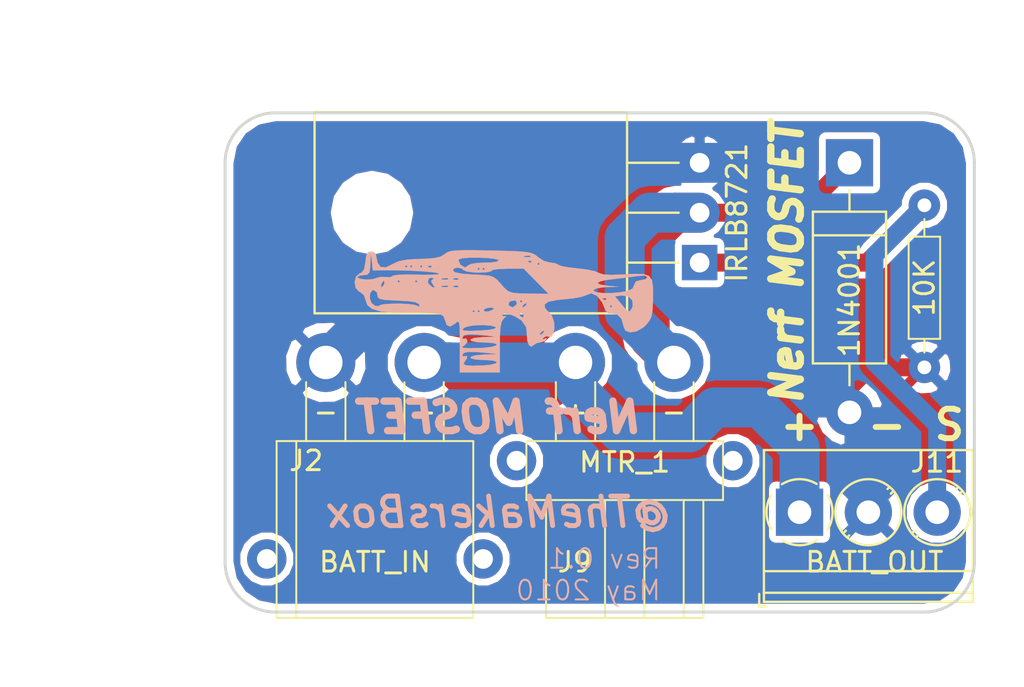
<source format=kicad_pcb>
(kicad_pcb (version 4) (host pcbnew 4.0.7)

  (general
    (links 10)
    (no_connects 0)
    (area 34.722999 65.329999 72.973001 90.880001)
    (thickness 1.6)
    (drawings 17)
    (tracks 48)
    (zones 0)
    (modules 7)
    (nets 5)
  )

  (page A4)
  (title_block
    (date "lun. 30 mars 2015")
  )

  (layers
    (0 F.Cu signal)
    (31 B.Cu signal)
    (32 B.Adhes user)
    (33 F.Adhes user)
    (34 B.Paste user)
    (35 F.Paste user)
    (36 B.SilkS user)
    (37 F.SilkS user)
    (38 B.Mask user)
    (39 F.Mask user)
    (40 Dwgs.User user)
    (41 Cmts.User user)
    (42 Eco1.User user)
    (43 Eco2.User user)
    (44 Edge.Cuts user)
    (45 Margin user)
    (46 B.CrtYd user)
    (47 F.CrtYd user)
    (48 B.Fab user)
    (49 F.Fab user)
  )

  (setup
    (last_trace_width 0.25)
    (user_trace_width 0.254)
    (user_trace_width 0.3048)
    (user_trace_width 0.4064)
    (user_trace_width 0.6096)
    (user_trace_width 0.9144)
    (user_trace_width 1.524)
    (user_trace_width 2.032)
    (trace_clearance 0.2)
    (zone_clearance 0.35)
    (zone_45_only no)
    (trace_min 0.2)
    (segment_width 0.15)
    (edge_width 0.15)
    (via_size 0.6)
    (via_drill 0.4)
    (via_min_size 0.4)
    (via_min_drill 0.3)
    (uvia_size 0.3)
    (uvia_drill 0.1)
    (uvias_allowed no)
    (uvia_min_size 0.2)
    (uvia_min_drill 0.1)
    (pcb_text_width 0.3)
    (pcb_text_size 1.5 1.5)
    (mod_edge_width 0.15)
    (mod_text_size 1 1)
    (mod_text_width 0.15)
    (pad_size 2.5 2.5)
    (pad_drill 2.5)
    (pad_to_mask_clearance 0)
    (aux_axis_origin 110.998 126.365)
    (grid_origin 110.998 126.365)
    (visible_elements 7FFFFFFF)
    (pcbplotparams
      (layerselection 0x010f0_80000001)
      (usegerberextensions true)
      (excludeedgelayer true)
      (linewidth 0.100000)
      (plotframeref false)
      (viasonmask false)
      (mode 1)
      (useauxorigin false)
      (hpglpennumber 1)
      (hpglpenspeed 20)
      (hpglpendiameter 15)
      (hpglpenoverlay 2)
      (psnegative false)
      (psa4output false)
      (plotreference true)
      (plotvalue true)
      (plotinvisibletext false)
      (padsonsilk false)
      (subtractmaskfromsilk false)
      (outputformat 1)
      (mirror false)
      (drillshape 0)
      (scaleselection 1)
      (outputdirectory gerbers/))
  )

  (net 0 "")
  (net 1 GND)
  (net 2 "/9(**)")
  (net 3 "Net-(D1-Pad1)")
  (net 4 "Net-(J10-Pad1)")

  (net_class Default "This is the default net class."
    (clearance 0.2)
    (trace_width 0.25)
    (via_dia 0.6)
    (via_drill 0.4)
    (uvia_dia 0.3)
    (uvia_drill 0.1)
    (add_net "/9(**)")
    (add_net GND)
    (add_net "Net-(D1-Pad1)")
    (add_net "Net-(J10-Pad1)")
  )

  (module footprints:TO-220-3_Horizontal (layer F.Cu) (tedit 5CE80D90) (tstamp 5CE76742)
    (at 58.928 73.025 90)
    (descr "TO-220-3, Horizontal, RM 2.54mm")
    (tags "TO-220-3 Horizontal RM 2.54mm")
    (path /5CDFA006)
    (fp_text reference Q1 (at 2.54 -20.58 90) (layer F.SilkS) hide
      (effects (font (size 1 1) (thickness 0.15)))
    )
    (fp_text value IRLB8721 (at 2.54 1.9 90) (layer F.SilkS)
      (effects (font (size 1 1) (thickness 0.15)))
    )
    (fp_text user %R (at 2.54 -20.58 90) (layer F.Fab)
      (effects (font (size 1 1) (thickness 0.15)))
    )
    (fp_line (start -2.46 -13.06) (end -2.46 -19.46) (layer F.Fab) (width 0.1))
    (fp_line (start -2.46 -19.46) (end 7.54 -19.46) (layer F.Fab) (width 0.1))
    (fp_line (start 7.54 -19.46) (end 7.54 -13.06) (layer F.Fab) (width 0.1))
    (fp_line (start 7.54 -13.06) (end -2.46 -13.06) (layer F.Fab) (width 0.1))
    (fp_line (start -2.46 -3.81) (end -2.46 -13.06) (layer F.Fab) (width 0.1))
    (fp_line (start -2.46 -13.06) (end 7.54 -13.06) (layer F.Fab) (width 0.1))
    (fp_line (start 7.54 -13.06) (end 7.54 -3.81) (layer F.Fab) (width 0.1))
    (fp_line (start 7.54 -3.81) (end -2.46 -3.81) (layer F.Fab) (width 0.1))
    (fp_line (start 0 -3.81) (end 0 0) (layer F.Fab) (width 0.1))
    (fp_line (start 2.54 -3.81) (end 2.54 0) (layer F.Fab) (width 0.1))
    (fp_line (start 5.08 -3.81) (end 5.08 0) (layer F.Fab) (width 0.1))
    (fp_line (start -2.58 -3.69) (end 7.66 -3.69) (layer F.SilkS) (width 0.12))
    (fp_line (start -2.58 -19.58) (end 7.66 -19.58) (layer F.SilkS) (width 0.12))
    (fp_line (start -2.58 -19.58) (end -2.58 -3.69) (layer F.SilkS) (width 0.12))
    (fp_line (start 7.66 -19.58) (end 7.66 -3.69) (layer F.SilkS) (width 0.12))
    (fp_line (start 0 -3.69) (end 0 -1.05) (layer F.SilkS) (width 0.12))
    (fp_line (start 2.54 -3.69) (end 2.54 -1.066) (layer F.SilkS) (width 0.12))
    (fp_line (start 5.08 -3.69) (end 5.08 -1.066) (layer F.SilkS) (width 0.12))
    (fp_line (start -2.71 -19.71) (end -2.71 1.15) (layer F.CrtYd) (width 0.05))
    (fp_line (start -2.71 1.15) (end 7.79 1.15) (layer F.CrtYd) (width 0.05))
    (fp_line (start 7.79 1.15) (end 7.79 -19.71) (layer F.CrtYd) (width 0.05))
    (fp_line (start 7.79 -19.71) (end -2.71 -19.71) (layer F.CrtYd) (width 0.05))
    (fp_circle (center 2.54 -16.66) (end 4.39 -16.66) (layer F.Fab) (width 0.1))
    (pad 0 np_thru_hole oval (at 2.54 -16.66 90) (size 3.5 3.5) (drill 3.5) (layers *.Cu *.Mask))
    (pad 1 thru_hole rect (at 0 0 90) (size 1.8 1.8) (drill 1) (layers *.Cu *.Mask)
      (net 2 "/9(**)"))
    (pad 2 thru_hole oval (at 2.54 0 90) (size 1.8 1.8) (drill 1) (layers *.Cu *.Mask)
      (net 3 "Net-(D1-Pad1)"))
    (pad 3 thru_hole oval (at 5.08 0 90) (size 1.8 1.8) (drill 1) (layers *.Cu *.Mask)
      (net 1 GND))
    (model ${KISYS3DMOD}/TO_SOT_Packages_THT.3dshapes/TO-220-3_Horizontal.wrl
      (at (xyz 0.1 0 0))
      (scale (xyz 0.393701 0.393701 0.393701))
      (rotate (xyz 0 0 0))
    )
  )

  (module footprints:XT30PW_F (layer F.Cu) (tedit 5CE96A1E) (tstamp 5CE8CE68)
    (at 55.118 78.105 180)
    (descr "Terminal Block Phoenix PT-1,5-2-5.0-H, 2 pins, pitch 5mm, size 10x9mm^2, drill diamater 1.3mm, pad diameter 2.6mm, see http://www.mouser.com/ds/2/324/ItemDetail_1935161-922578.pdf, script-generated using https://github.com/pointhi/kicad-footprint-generator/scripts/TerminalBlock_Phoenix")
    (tags "THT Terminal Block Phoenix PT-1,5-2-5.0-H pitch 5mm size 10x9mm^2 drill 1.3mm pad 2.6mm")
    (path /5CE592FA)
    (fp_text reference J9 (at 2.54 -10.16 180) (layer F.SilkS)
      (effects (font (size 1 1) (thickness 0.15)))
    )
    (fp_text value MTR_1 (at 0 -5.08 180) (layer F.SilkS)
      (effects (font (size 1 1) (thickness 0.15)))
    )
    (fp_line (start 1 -7) (end 1 -13) (layer F.SilkS) (width 0.1))
    (fp_line (start -1 -7) (end -1 -13) (layer F.SilkS) (width 0.1))
    (fp_line (start -3 -7) (end -3 -13) (layer F.SilkS) (width 0.1))
    (fp_line (start 4 -7) (end 4 -13) (layer F.SilkS) (width 0.1))
    (fp_line (start 4 -13) (end -4 -13) (layer F.SilkS) (width 0.1))
    (fp_line (start -4 -13) (end -4 -7) (layer F.SilkS) (width 0.1))
    (fp_line (start 5 -4) (end 5 -7) (layer F.SilkS) (width 0.1))
    (fp_line (start -5 -4) (end -5 -7) (layer F.SilkS) (width 0.1))
    (fp_line (start 5 -7) (end -5 -7) (layer F.SilkS) (width 0.1))
    (fp_text user - (at -2.5 -2.5 180) (layer F.SilkS)
      (effects (font (size 1 1) (thickness 0.15)))
    )
    (fp_text user + (at 2.5 -2.5 180) (layer F.SilkS)
      (effects (font (size 1 1) (thickness 0.15)))
    )
    (fp_line (start 3.5 -1) (end 3.5 -4) (layer F.SilkS) (width 0.1))
    (fp_line (start 1.5 -4) (end 1.5 -1) (layer F.SilkS) (width 0.1))
    (fp_line (start -1.5 -1) (end -1.5 -4) (layer F.SilkS) (width 0.1))
    (fp_line (start -3.5 -4) (end -3.5 -1) (layer F.SilkS) (width 0.1))
    (fp_line (start -5 -4) (end 5 -4) (layer F.SilkS) (width 0.1))
    (fp_line (start -5 -4) (end 5 -4) (layer F.Fab) (width 0.1))
    (fp_line (start -5.5 -4.5) (end -5.5 5.5) (layer F.CrtYd) (width 0.05))
    (fp_line (start -5.5 5.5) (end 5.5 5.5) (layer F.CrtYd) (width 0.05))
    (fp_line (start 5.5 5.5) (end 5.5 -4.5) (layer F.CrtYd) (width 0.05))
    (fp_line (start 5.5 -4.5) (end -5.5 -4.5) (layer F.CrtYd) (width 0.05))
    (fp_text user %R (at 3.5 -5 180) (layer F.Fab)
      (effects (font (size 1 1) (thickness 0.15)))
    )
    (pad 3 thru_hole circle (at -5.5 -5 180) (size 2 2) (drill 1) (layers *.Cu *.Mask))
    (pad 2 thru_hole circle (at -2.5 0 180) (size 3 3) (drill 1.7) (layers *.Cu *.Mask)
      (net 3 "Net-(D1-Pad1)"))
    (pad 1 thru_hole circle (at 2.5 0 180) (size 3 3) (drill 1.7) (layers *.Cu *.Mask)
      (net 4 "Net-(J10-Pad1)"))
    (pad 3 thru_hole circle (at 5.5 -5 180) (size 2 2) (drill 1) (layers *.Cu *.Mask))
    (model ${KISYS3DMOD}/TerminalBlock_Phoenix.3dshapes/TerminalBlock_Phoenix_PT-1,5-2-5.0-H_1x02_P5.00mm_Horizontal.wrl
      (at (xyz 0 0 0))
      (scale (xyz 1 1 1))
      (rotate (xyz 0 0 0))
    )
  )

  (module footprints:D_DO-15_P12.70mm_Horizontal (layer F.Cu) (tedit 5CE80D85) (tstamp 5CE766AD)
    (at 66.548 67.945 270)
    (descr "D, DO-15 series, Axial, Horizontal, pin pitch=12.7mm, , length*diameter=7.6*3.6mm^2, , http://www.diodes.com/_files/packages/DO-15.pdf")
    (tags "D DO-15 series Axial Horizontal pin pitch 12.7mm  length 7.6mm diameter 3.6mm")
    (path /5CDFABAB)
    (fp_text reference D1 (at 6.35 0 270) (layer F.SilkS) hide
      (effects (font (size 1 1) (thickness 0.15)))
    )
    (fp_text value 1N4001 (at 6.985 0 270) (layer F.SilkS)
      (effects (font (size 1 1) (thickness 0.15)))
    )
    (fp_text user %R (at 6.35 0 270) (layer F.Fab)
      (effects (font (size 1 1) (thickness 0.15)))
    )
    (fp_line (start 2.55 -1.8) (end 2.55 1.8) (layer F.Fab) (width 0.1))
    (fp_line (start 2.55 1.8) (end 10.15 1.8) (layer F.Fab) (width 0.1))
    (fp_line (start 10.15 1.8) (end 10.15 -1.8) (layer F.Fab) (width 0.1))
    (fp_line (start 10.15 -1.8) (end 2.55 -1.8) (layer F.Fab) (width 0.1))
    (fp_line (start 0 0) (end 2.55 0) (layer F.Fab) (width 0.1))
    (fp_line (start 12.7 0) (end 10.15 0) (layer F.Fab) (width 0.1))
    (fp_line (start 3.69 -1.8) (end 3.69 1.8) (layer F.Fab) (width 0.1))
    (fp_line (start 2.49 -1.86) (end 2.49 1.86) (layer F.SilkS) (width 0.12))
    (fp_line (start 2.49 1.86) (end 10.21 1.86) (layer F.SilkS) (width 0.12))
    (fp_line (start 10.21 1.86) (end 10.21 -1.86) (layer F.SilkS) (width 0.12))
    (fp_line (start 10.21 -1.86) (end 2.49 -1.86) (layer F.SilkS) (width 0.12))
    (fp_line (start 1.38 0) (end 2.49 0) (layer F.SilkS) (width 0.12))
    (fp_line (start 11.32 0) (end 10.21 0) (layer F.SilkS) (width 0.12))
    (fp_line (start 3.69 -1.86) (end 3.69 1.86) (layer F.SilkS) (width 0.12))
    (fp_line (start -1.45 -2.15) (end -1.45 2.15) (layer F.CrtYd) (width 0.05))
    (fp_line (start -1.45 2.15) (end 14.15 2.15) (layer F.CrtYd) (width 0.05))
    (fp_line (start 14.15 2.15) (end 14.15 -2.15) (layer F.CrtYd) (width 0.05))
    (fp_line (start 14.15 -2.15) (end -1.45 -2.15) (layer F.CrtYd) (width 0.05))
    (pad 1 thru_hole rect (at 0 0 270) (size 2.4 2.4) (drill 1.2) (layers *.Cu *.Mask)
      (net 3 "Net-(D1-Pad1)"))
    (pad 2 thru_hole oval (at 12.7 0 270) (size 2.4 2.4) (drill 1.2) (layers *.Cu *.Mask)
      (net 1 GND))
    (model ${KISYS3DMOD}/Diodes_THT.3dshapes/D_DO-15_P12.70mm_Horizontal.wrl
      (at (xyz 0 0 0))
      (scale (xyz 0.393701 0.393701 0.393701))
      (rotate (xyz 0 0 0))
    )
  )

  (module footprints:TerminalBlock_Phoenix_PT-1,5-3-3.5-H_1x03_P3.50mm_Horizontal (layer F.Cu) (tedit 5CE9667E) (tstamp 5CE7CF13)
    (at 64.008 85.725)
    (descr "Terminal Block Phoenix PT-1,5-3-3.5-H, 3 pins, pitch 3.5mm, size 10.5x7.6mm^2, drill diamater 1.2mm, pad diameter 2.4mm, see , script-generated using https://github.com/pointhi/kicad-footprint-generator/scripts/TerminalBlock_Phoenix")
    (tags "THT Terminal Block Phoenix PT-1,5-3-3.5-H pitch 3.5mm size 10.5x7.6mm^2 drill 1.2mm pad 2.4mm")
    (path /5CE59507)
    (fp_text reference J11 (at 6.985 -2.54) (layer F.SilkS)
      (effects (font (size 1 1) (thickness 0.15)))
    )
    (fp_text value BATT_OUT (at 3.81 2.54) (layer F.SilkS)
      (effects (font (size 1 1) (thickness 0.15)))
    )
    (fp_arc (start 0 0) (end 0 1.68) (angle -32) (layer F.SilkS) (width 0.12))
    (fp_arc (start 0 0) (end 1.425 0.891) (angle -64) (layer F.SilkS) (width 0.12))
    (fp_arc (start 0 0) (end 0.866 -1.44) (angle -63) (layer F.SilkS) (width 0.12))
    (fp_arc (start 0 0) (end -1.44 -0.866) (angle -63) (layer F.SilkS) (width 0.12))
    (fp_arc (start 0 0) (end -0.866 1.44) (angle -32) (layer F.SilkS) (width 0.12))
    (fp_circle (center 0 0) (end 1.5 0) (layer F.Fab) (width 0.1))
    (fp_circle (center 3.5 0) (end 5 0) (layer F.Fab) (width 0.1))
    (fp_circle (center 3.5 0) (end 5.18 0) (layer F.SilkS) (width 0.12))
    (fp_circle (center 7 0) (end 8.5 0) (layer F.Fab) (width 0.1))
    (fp_circle (center 7 0) (end 8.68 0) (layer F.SilkS) (width 0.12))
    (fp_line (start -1.75 -3.1) (end 8.75 -3.1) (layer F.Fab) (width 0.1))
    (fp_line (start 8.75 -3.1) (end 8.75 4.5) (layer F.Fab) (width 0.1))
    (fp_line (start 8.75 4.5) (end -1.35 4.5) (layer F.Fab) (width 0.1))
    (fp_line (start -1.35 4.5) (end -1.75 4.1) (layer F.Fab) (width 0.1))
    (fp_line (start -1.75 4.1) (end -1.75 -3.1) (layer F.Fab) (width 0.1))
    (fp_line (start -1.75 4.1) (end 8.75 4.1) (layer F.Fab) (width 0.1))
    (fp_line (start -1.81 4.1) (end 8.81 4.1) (layer F.SilkS) (width 0.12))
    (fp_line (start -1.75 3) (end 8.75 3) (layer F.Fab) (width 0.1))
    (fp_line (start -1.81 3) (end 8.81 3) (layer F.SilkS) (width 0.12))
    (fp_line (start -1.81 -3.16) (end 8.81 -3.16) (layer F.SilkS) (width 0.12))
    (fp_line (start -1.81 4.56) (end 8.81 4.56) (layer F.SilkS) (width 0.12))
    (fp_line (start -1.81 -3.16) (end -1.81 4.56) (layer F.SilkS) (width 0.12))
    (fp_line (start 8.81 -3.16) (end 8.81 4.56) (layer F.SilkS) (width 0.12))
    (fp_line (start 1.138 -0.955) (end -0.955 1.138) (layer F.Fab) (width 0.1))
    (fp_line (start 0.955 -1.138) (end -1.138 0.955) (layer F.Fab) (width 0.1))
    (fp_line (start 4.638 -0.955) (end 2.546 1.138) (layer F.Fab) (width 0.1))
    (fp_line (start 4.455 -1.138) (end 2.363 0.955) (layer F.Fab) (width 0.1))
    (fp_line (start 4.775 -1.069) (end 4.646 -0.941) (layer F.SilkS) (width 0.12))
    (fp_line (start 2.525 1.181) (end 2.431 1.274) (layer F.SilkS) (width 0.12))
    (fp_line (start 4.57 -1.275) (end 4.476 -1.181) (layer F.SilkS) (width 0.12))
    (fp_line (start 2.355 0.941) (end 2.226 1.069) (layer F.SilkS) (width 0.12))
    (fp_line (start 8.138 -0.955) (end 6.046 1.138) (layer F.Fab) (width 0.1))
    (fp_line (start 7.955 -1.138) (end 5.863 0.955) (layer F.Fab) (width 0.1))
    (fp_line (start 8.275 -1.069) (end 8.146 -0.941) (layer F.SilkS) (width 0.12))
    (fp_line (start 6.025 1.181) (end 5.931 1.274) (layer F.SilkS) (width 0.12))
    (fp_line (start 8.07 -1.275) (end 7.976 -1.181) (layer F.SilkS) (width 0.12))
    (fp_line (start 5.855 0.941) (end 5.726 1.069) (layer F.SilkS) (width 0.12))
    (fp_line (start -2.05 4.16) (end -2.05 4.8) (layer F.SilkS) (width 0.12))
    (fp_line (start -2.05 4.8) (end -1.65 4.8) (layer F.SilkS) (width 0.12))
    (fp_line (start -2.25 -3.6) (end -2.25 5) (layer F.CrtYd) (width 0.05))
    (fp_line (start -2.25 5) (end 9.25 5) (layer F.CrtYd) (width 0.05))
    (fp_line (start 9.25 5) (end 9.25 -3.6) (layer F.CrtYd) (width 0.05))
    (fp_line (start 9.25 -3.6) (end -2.25 -3.6) (layer F.CrtYd) (width 0.05))
    (fp_text user %R (at 6.35 -2.54) (layer F.Fab)
      (effects (font (size 1 1) (thickness 0.15)))
    )
    (pad 1 thru_hole rect (at 0 0) (size 2.4 2.4) (drill 1.2) (layers *.Cu *.Mask)
      (net 4 "Net-(J10-Pad1)"))
    (pad 2 thru_hole circle (at 3.5 0) (size 2.4 2.4) (drill 1.2) (layers *.Cu *.Mask)
      (net 1 GND))
    (pad 3 thru_hole circle (at 7 0) (size 2.4 2.4) (drill 1.2) (layers *.Cu *.Mask)
      (net 2 "/9(**)"))
    (model ${KISYS3DMOD}/TerminalBlock_Phoenix.3dshapes/TerminalBlock_Phoenix_PT-1,5-3-3.5-H_1x03_P3.50mm_Horizontal.wrl
      (at (xyz 0 0 0))
      (scale (xyz 1 1 1))
      (rotate (xyz 0 0 0))
    )
  )

  (module footprints:R_Axial_DIN0204_L3.6mm_D1.6mm_P7.62mm_Horizontal (layer F.Cu) (tedit 5C984DCD) (tstamp 5CE82736)
    (at 70.358 78.105 90)
    (descr "Resistor, Axial_DIN0204 series, Axial, Horizontal, pin pitch=7.62mm, 0.16666666666666666W = 1/6W, length*diameter=3.6*1.6mm^2, http://cdn-reichelt.de/documents/datenblatt/B400/1_4W%23YAG.pdf")
    (tags "Resistor Axial_DIN0204 series Axial Horizontal pin pitch 7.62mm 0.16666666666666666W = 1/6W length 3.6mm diameter 1.6mm")
    (path /5BB777E0)
    (fp_text reference R9 (at 7.239 0 90) (layer F.Fab)
      (effects (font (size 1 1) (thickness 0.15)))
    )
    (fp_text value 10K (at 3.81 0 90) (layer F.SilkS)
      (effects (font (size 1 1) (thickness 0.15)))
    )
    (fp_line (start 6.4 0) (end 7.3 0) (layer F.SilkS) (width 0.1))
    (fp_line (start 1.2 0) (end 0.5 0) (layer F.SilkS) (width 0.1))
    (fp_line (start 1.2 0.8) (end 1.2 -0.8) (layer F.SilkS) (width 0.1))
    (fp_line (start 1.2 -0.8) (end 6.4 -0.8) (layer F.SilkS) (width 0.1))
    (fp_line (start 6.4 -0.8) (end 6.4 0.8) (layer F.SilkS) (width 0.1))
    (fp_line (start 6.4 0.8) (end 1.2 0.8) (layer F.SilkS) (width 0.1))
    (fp_line (start 2.01 -0.8) (end 2.01 0.8) (layer F.Fab) (width 0.1))
    (fp_line (start 2.01 0.8) (end 5.61 0.8) (layer F.Fab) (width 0.1))
    (fp_line (start 5.61 0.8) (end 5.61 -0.8) (layer F.Fab) (width 0.1))
    (fp_line (start 5.61 -0.8) (end 2.01 -0.8) (layer F.Fab) (width 0.1))
    (fp_line (start 0 0) (end 2.01 0) (layer F.Fab) (width 0.1))
    (fp_line (start 7.62 0) (end 5.61 0) (layer F.Fab) (width 0.1))
    (fp_line (start -0.95 -1.15) (end -0.95 1.15) (layer F.CrtYd) (width 0.05))
    (fp_line (start -0.95 1.15) (end 8.6 1.15) (layer F.CrtYd) (width 0.05))
    (fp_line (start 8.6 1.15) (end 8.6 -1.15) (layer F.CrtYd) (width 0.05))
    (fp_line (start 8.6 -1.15) (end -0.95 -1.15) (layer F.CrtYd) (width 0.05))
    (pad 1 thru_hole circle (at -0.25 0 90) (size 1.6 1.6) (drill 0.7) (layers *.Cu *.Mask)
      (net 1 GND))
    (pad 2 thru_hole circle (at 8 0 90) (size 1.6 1.6) (drill 0.7) (layers *.Cu *.Mask)
      (net 2 "/9(**)"))
    (model ${KISYS3DMOD}/Resistors_THT.3dshapes/R_Axial_DIN0204_L3.6mm_D1.6mm_P7.62mm_Horizontal.wrl
      (at (xyz 0 0 0))
      (scale (xyz 0.393701 0.393701 0.393701))
      (rotate (xyz 0 0 0))
    )
  )

  (module footprints:XT30PW_M (layer F.Cu) (tedit 5CE96653) (tstamp 5CE798F2)
    (at 42.418 78.105 180)
    (descr "Terminal Block Phoenix PT-1,5-2-5.0-H, 2 pins, pitch 5mm, size 10x9mm^2, drill diamater 1.3mm, pad diameter 2.6mm, see http://www.mouser.com/ds/2/324/ItemDetail_1935161-922578.pdf, script-generated using https://github.com/pointhi/kicad-footprint-generator/scripts/TerminalBlock_Phoenix")
    (tags "THT Terminal Block Phoenix PT-1,5-2-5.0-H pitch 5mm size 10x9mm^2 drill 1.3mm pad 2.6mm")
    (path /5CE59139)
    (fp_text reference J2 (at 3.5 -5 180) (layer F.SilkS)
      (effects (font (size 1 1) (thickness 0.15)))
    )
    (fp_text value BATT_IN (at 0 -10.16 180) (layer F.SilkS)
      (effects (font (size 1 1) (thickness 0.15)))
    )
    (fp_line (start 4 -13) (end 4 -4) (layer F.SilkS) (width 0.1))
    (fp_text user - (at 2.5 -2.5 180) (layer F.SilkS)
      (effects (font (size 1 1) (thickness 0.15)))
    )
    (fp_text user + (at -2.5 -2.5 180) (layer F.SilkS)
      (effects (font (size 1 1) (thickness 0.15)))
    )
    (fp_line (start 3.5 -1) (end 3.5 -4) (layer F.SilkS) (width 0.1))
    (fp_line (start 1.5 -4) (end 1.5 -1) (layer F.SilkS) (width 0.1))
    (fp_line (start -1.5 -1) (end -1.5 -4) (layer F.SilkS) (width 0.1))
    (fp_line (start -3.5 -4) (end -3.5 -1) (layer F.SilkS) (width 0.1))
    (fp_line (start -5 -4) (end 5 -4) (layer F.SilkS) (width 0.1))
    (fp_line (start -5 -13) (end 5 -13) (layer F.SilkS) (width 0.1))
    (fp_line (start 5 -13) (end 5 -4) (layer F.SilkS) (width 0.1))
    (fp_line (start -5 -4) (end -5 -13) (layer F.SilkS) (width 0.1))
    (fp_line (start -5 -4) (end 5 -4) (layer F.Fab) (width 0.1))
    (fp_line (start -5.5 -4.5) (end -5.5 5.5) (layer F.CrtYd) (width 0.05))
    (fp_line (start -5.5 5.5) (end 5.5 5.5) (layer F.CrtYd) (width 0.05))
    (fp_line (start 5.5 5.5) (end 5.5 -4.5) (layer F.CrtYd) (width 0.05))
    (fp_line (start 5.5 -4.5) (end -5.5 -4.5) (layer F.CrtYd) (width 0.05))
    (fp_text user %R (at 3.5 -5 180) (layer F.Fab)
      (effects (font (size 1 1) (thickness 0.15)))
    )
    (pad 3 thru_hole circle (at -5.5 -10 180) (size 2 2) (drill 1) (layers *.Cu *.Mask))
    (pad 1 thru_hole circle (at -2.5 0 180) (size 3 3) (drill 1.7) (layers *.Cu *.Mask)
      (net 4 "Net-(J10-Pad1)"))
    (pad 2 thru_hole circle (at 2.5 0 180) (size 3 3) (drill 1.7) (layers *.Cu *.Mask)
      (net 1 GND))
    (pad 3 thru_hole circle (at 5.5 -10 180) (size 2 2) (drill 1) (layers *.Cu *.Mask))
    (model ${KISYS3DMOD}/TerminalBlock_Phoenix.3dshapes/TerminalBlock_Phoenix_PT-1,5-2-5.0-H_1x02_P5.00mm_Horizontal.wrl
      (at (xyz 0 0 0))
      (scale (xyz 1 1 1))
      (rotate (xyz 0 0 0))
    )
  )

  (module footprints:RS_right (layer B.Cu) (tedit 0) (tstamp 5CE97394)
    (at 49.022 74.549 180)
    (fp_text reference G*** (at 0 0 180) (layer B.SilkS) hide
      (effects (font (thickness 0.3)) (justify mirror))
    )
    (fp_text value LOGO (at 0.75 0 180) (layer B.SilkS) hide
      (effects (font (thickness 0.3)) (justify mirror))
    )
    (fp_poly (pts (xy 2.472692 2.143099) (xy 2.739484 2.110745) (xy 2.914302 2.056476) (xy 3.037608 1.977116)
      (xy 3.061539 1.956247) (xy 3.26861 1.829262) (xy 3.583713 1.754161) (xy 4.067702 1.719118)
      (xy 4.308827 1.713841) (xy 4.957982 1.679456) (xy 5.403328 1.59143) (xy 5.631483 1.485295)
      (xy 6.041357 1.284427) (xy 6.323222 1.302539) (xy 6.476602 1.539523) (xy 6.500703 1.68275)
      (xy 6.57041 1.981697) (xy 6.728223 2.090793) (xy 6.7945 2.0955) (xy 6.963588 2.047632)
      (xy 7.051349 1.861459) (xy 7.086913 1.56882) (xy 7.148414 1.197635) (xy 7.282072 1.01468)
      (xy 7.372663 0.97746) (xy 7.562658 0.817751) (xy 7.634472 0.540028) (xy 7.588045 0.250997)
      (xy 7.423319 0.057365) (xy 7.373187 0.038678) (xy 7.158459 -0.136962) (xy 7.087437 -0.359239)
      (xy 6.987759 -0.64016) (xy 6.745228 -0.835066) (xy 6.329826 -0.954832) (xy 5.711533 -1.010332)
      (xy 5.2705 -1.0174) (xy 4.480215 -1.019868) (xy 3.907904 -1.032679) (xy 3.517592 -1.061001)
      (xy 3.273306 -1.110003) (xy 3.139071 -1.184854) (xy 3.078914 -1.290723) (xy 3.069123 -1.3337)
      (xy 2.954707 -1.651694) (xy 2.76882 -1.726357) (xy 2.543 -1.590215) (xy 2.429345 -1.495104)
      (xy 2.355384 -1.481341) (xy 2.312592 -1.586111) (xy 2.292439 -1.846599) (xy 2.286398 -2.299988)
      (xy 2.286 -2.710816) (xy 2.286 -4.064) (xy 0.254 -4.064) (xy 0.254 -3.1323)
      (xy 0.3175 -3.1323) (xy 1.04775 -3.15365) (xy 1.510066 -3.194747) (xy 1.737485 -3.267615)
      (xy 1.72714 -3.347381) (xy 1.476162 -3.409176) (xy 1.0795 -3.429) (xy 0.624904 -3.455195)
      (xy 0.414641 -3.518955) (xy 0.446183 -3.598042) (xy 0.717005 -3.67022) (xy 1.11125 -3.708412)
      (xy 1.664103 -3.724077) (xy 1.986958 -3.697708) (xy 2.101019 -3.624862) (xy 2.040536 -3.513736)
      (xy 1.922777 -3.338262) (xy 1.924299 -3.221591) (xy 2.032 -3.2385) (xy 2.149366 -3.236197)
      (xy 2.159 -3.196082) (xy 2.097427 -3.077162) (xy 1.887849 -3.021075) (xy 1.492979 -3.023018)
      (xy 1.0795 -3.057008) (xy 0.3175 -3.1323) (xy 0.254 -3.1323) (xy 0.254 -2.77625)
      (xy 0.252202 -2.61944) (xy 0.416632 -2.61944) (xy 0.432903 -2.69193) (xy 0.667462 -2.762435)
      (xy 1.110174 -2.81308) (xy 1.23825 -2.819947) (xy 1.787455 -2.83281) (xy 2.104313 -2.813986)
      (xy 2.181705 -2.764489) (xy 2.06375 -2.702529) (xy 1.919915 -2.542828) (xy 1.905 -2.458421)
      (xy 1.969358 -2.335331) (xy 2.032 -2.3495) (xy 2.149366 -2.347197) (xy 2.159 -2.307082)
      (xy 2.090052 -2.182844) (xy 1.860135 -2.128701) (xy 1.434635 -2.139914) (xy 1.143 -2.167968)
      (xy 0.4445 -2.244598) (xy 1.11125 -2.265299) (xy 1.553009 -2.307962) (xy 1.750826 -2.383126)
      (xy 1.707781 -2.464157) (xy 1.42695 -2.524421) (xy 1.0795 -2.54) (xy 0.628786 -2.562839)
      (xy 0.416632 -2.61944) (xy 0.252202 -2.61944) (xy 0.247012 -2.16693) (xy 0.221668 -1.772109)
      (xy 0.44814 -1.772109) (xy 0.523186 -1.840922) (xy 0.808046 -1.89715) (xy 1.234395 -1.930859)
      (xy 1.755783 -1.947947) (xy 2.053619 -1.939062) (xy 2.157554 -1.89831) (xy 2.097242 -1.819797)
      (xy 2.028322 -1.773039) (xy 1.792678 -1.700708) (xy 1.428513 -1.662526) (xy 1.025944 -1.658546)
      (xy 0.675091 -1.688821) (xy 0.466071 -1.753405) (xy 0.44814 -1.772109) (xy 0.221668 -1.772109)
      (xy 0.220922 -1.760495) (xy 0.16804 -1.506086) (xy 0.080676 -1.352844) (xy 0.03175 -1.306332)
      (xy -0.080711 -1.19749) (xy -0.03175 -1.204577) (xy 0.108875 -1.202231) (xy 0.127 -1.148075)
      (xy 0.031386 -1.064447) (xy -0.20529 -1.091604) (xy -0.507778 -1.207191) (xy -0.800829 -1.388857)
      (xy -0.864488 -1.442604) (xy -1.090538 -1.764592) (xy -1.121924 -2.121522) (xy -1.138946 -2.442697)
      (xy -1.226694 -2.674229) (xy -1.350593 -2.75811) (xy -1.453661 -2.678065) (xy -1.639783 -2.560681)
      (xy -1.778 -2.54) (xy -2.024679 -2.470074) (xy -2.107628 -2.393377) (xy -2.123741 -2.30762)
      (xy -2.032001 -2.349499) (xy -1.925592 -2.382876) (xy -1.957653 -2.30355) (xy -2.117537 -2.21614)
      (xy -2.181975 -2.236699) (xy -2.357181 -2.249468) (xy -2.472889 -2.082944) (xy -2.498538 -1.941403)
      (xy -2.011529 -1.941403) (xy -1.980628 -2.012377) (xy -1.852752 -2.148717) (xy -1.779237 -2.120749)
      (xy -1.778 -2.102995) (xy -1.868206 -1.995576) (xy -1.924623 -1.956372) (xy -2.011529 -1.941403)
      (xy -2.498538 -1.941403) (xy -2.523049 -1.806147) (xy -2.501611 -1.488096) (xy -2.402524 -1.197813)
      (xy -2.359305 -1.143) (xy -0.9525 -1.143) (xy -0.942431 -1.260028) (xy -0.896496 -1.27)
      (xy -0.767169 -1.177809) (xy -0.762 -1.143) (xy -0.805331 -1.019301) (xy -0.818005 -1.016)
      (xy -0.926434 -1.104993) (xy -0.9525 -1.143) (xy -2.359305 -1.143) (xy -2.286 -1.050032)
      (xy -2.046928 -0.792175) (xy -2.046855 -0.791555) (xy 0.549018 -0.791555) (xy 0.608246 -0.869778)
      (xy 0.825996 -0.9568) (xy 1.01456 -0.964086) (xy 1.024692 -0.9525) (xy 1.27 -0.9525)
      (xy 1.3335 -1.016) (xy 1.397 -0.9525) (xy 1.524 -0.9525) (xy 1.5875 -1.016)
      (xy 1.651 -0.9525) (xy 1.5875 -0.889) (xy 1.524 -0.9525) (xy 1.397 -0.9525)
      (xy 1.3335 -0.889) (xy 1.27 -0.9525) (xy 1.024692 -0.9525) (xy 1.077563 -0.892044)
      (xy 1.066418 -0.867833) (xy 0.901145 -0.783677) (xy 0.722754 -0.763944) (xy 0.549018 -0.791555)
      (xy -2.046855 -0.791555) (xy -2.024242 -0.600711) (xy -2.109134 -0.544403) (xy -1.122529 -0.544403)
      (xy -1.091628 -0.615377) (xy -0.963752 -0.751717) (xy -0.890237 -0.723749) (xy -0.889 -0.705995)
      (xy -0.979206 -0.598576) (xy -1.035623 -0.559372) (xy -1.122529 -0.544403) (xy -2.109134 -0.544403)
      (xy -2.141628 -0.52285) (xy -0.617927 -0.52285) (xy -0.576723 -0.62655) (xy -0.392125 -0.75632)
      (xy -0.364724 -0.741658) (xy 4.348829 -0.741658) (xy 4.403581 -0.693198) (xy 4.574375 -0.628223)
      (xy 4.925992 -0.580911) (xy 5.385387 -0.560711) (xy 5.42925 -0.560546) (xy 5.876068 -0.571633)
      (xy 6.20333 -0.601213) (xy 6.347913 -0.643206) (xy 6.35 -0.649207) (xy 6.451797 -0.69373)
      (xy 6.604 -0.671798) (xy 6.777869 -0.531425) (xy 6.862976 -0.288444) (xy 6.851529 -0.040875)
      (xy 6.735735 0.11326) (xy 6.6675 0.127) (xy 6.512083 0.021614) (xy 6.477 -0.121863)
      (xy 6.452647 -0.246032) (xy 6.346139 -0.324232) (xy 6.1073 -0.370283) (xy 5.685955 -0.398005)
      (xy 5.439472 -0.407613) (xy 4.891064 -0.438888) (xy 4.554065 -0.491086) (xy 4.386168 -0.573039)
      (xy 4.350303 -0.635) (xy 4.348829 -0.741658) (xy -0.364724 -0.741658) (xy -0.204593 -0.655976)
      (xy -0.189946 -0.634103) (xy -0.218251 -0.489642) (xy -0.314928 -0.427913) (xy -0.545134 -0.402833)
      (xy -0.617927 -0.52285) (xy -2.141628 -0.52285) (xy -2.228111 -0.465488) (xy -2.331855 -0.4445)
      (xy -0.889 -0.4445) (xy -0.8255 -0.508) (xy -0.762 -0.4445) (xy -0.8255 -0.381)
      (xy -0.889 -0.4445) (xy -2.331855 -0.4445) (xy -2.668701 -0.376355) (xy -2.992133 -0.345047)
      (xy -3.476753 -0.293428) (xy -3.870113 -0.22417) (xy -4.096211 -0.151109) (xy -4.109991 -0.141531)
      (xy -4.318641 -0.065171) (xy -2.2225 -0.065171) (xy -1.214416 -0.051308) (xy -0.707937 -0.039654)
      (xy -0.382788 -0.005383) (xy -0.166307 0.076101) (xy 0.014169 0.229397) (xy 0.062333 0.284364)
      (xy 2.341082 0.284364) (xy 2.465916 0.264027) (xy 2.487911 0.267145) (xy 3.558632 0.267145)
      (xy 3.646675 0.264157) (xy 3.683 0.275622) (xy 3.870078 0.440652) (xy 6.128846 0.440652)
      (xy 6.154277 0.38945) (xy 6.275376 0.25815) (xy 6.297653 0.350745) (xy 6.266824 0.449978)
      (xy 6.173324 0.588287) (xy 6.131093 0.585427) (xy 6.128846 0.440652) (xy 3.870078 0.440652)
      (xy 3.87239 0.442691) (xy 3.914562 0.550275) (xy 3.908182 0.5715) (xy 4.445 0.5715)
      (xy 4.5085 0.508) (xy 4.572 0.5715) (xy 5.334 0.5715) (xy 5.3975 0.508)
      (xy 5.461 0.5715) (xy 5.3975 0.635) (xy 5.334 0.5715) (xy 4.572 0.5715)
      (xy 4.5085 0.635) (xy 4.445 0.5715) (xy 3.908182 0.5715) (xy 3.862177 0.724529)
      (xy 3.724062 0.751974) (xy 3.595904 0.720576) (xy 3.65655 0.676124) (xy 3.757064 0.586809)
      (xy 3.664148 0.420759) (xy 3.65655 0.411497) (xy 3.558632 0.267145) (xy 2.487911 0.267145)
      (xy 2.630637 0.287377) (xy 2.630835 0.291756) (xy 2.873295 0.291756) (xy 3.048 0.274053)
      (xy 3.228293 0.294011) (xy 3.20675 0.33811) (xy 2.946736 0.354884) (xy 2.88925 0.33811)
      (xy 2.873295 0.291756) (xy 2.630835 0.291756) (xy 2.632604 0.33073) (xy 2.462628 0.361047)
      (xy 2.389187 0.340756) (xy 2.341082 0.284364) (xy 0.062333 0.284364) (xy 0.182584 0.4216)
      (xy 0.389023 0.651489) (xy 0.407677 0.665364) (xy 2.341082 0.665364) (xy 2.465916 0.645027)
      (xy 2.630637 0.668377) (xy 2.630835 0.672756) (xy 2.873295 0.672756) (xy 3.048 0.655053)
      (xy 3.228293 0.675011) (xy 3.20675 0.71911) (xy 2.946736 0.735884) (xy 2.88925 0.71911)
      (xy 2.873295 0.672756) (xy 2.630835 0.672756) (xy 2.632604 0.71173) (xy 2.462628 0.742047)
      (xy 2.389187 0.721756) (xy 2.341082 0.665364) (xy 0.407677 0.665364) (xy 0.576004 0.790567)
      (xy 0.816752 0.86482) (xy 1.184497 0.900235) (xy 1.577307 0.916573) (xy 2.175653 0.958513)
      (xy 2.199498 0.963474) (xy 3.33414 0.963474) (xy 3.410726 0.928002) (xy 3.691971 0.907252)
      (xy 4.128843 0.90346) (xy 4.478185 0.911318) (xy 5.00346 0.918327) (xy 5.417974 0.903928)
      (xy 5.667386 0.871145) (xy 5.715284 0.842445) (xy 5.82043 0.780015) (xy 6.024289 0.791514)
      (xy 6.329702 0.798764) (xy 6.499886 0.747856) (xy 6.723098 0.681036) (xy 7.028121 0.662133)
      (xy 7.314363 0.687628) (xy 7.481234 0.754005) (xy 7.493 0.782578) (xy 7.384199 0.862613)
      (xy 7.1755 0.889) (xy 6.982326 0.912715) (xy 6.884664 1.028076) (xy 6.845256 1.301414)
      (xy 6.83665 1.49225) (xy 6.822407 1.833779) (xy 6.80787 1.933551) (xy 6.785801 1.803716)
      (xy 6.765076 1.612409) (xy 6.714851 1.129318) (xy 6.056175 1.133857) (xy 5.36911 1.129713)
      (xy 4.708523 1.109968) (xy 4.12493 1.077785) (xy 3.668851 1.036326) (xy 3.390804 0.988753)
      (xy 3.33414 0.963474) (xy 2.199498 0.963474) (xy 2.530813 1.032402) (xy 2.635641 1.11125)
      (xy 2.583337 1.228957) (xy 2.398318 1.268921) (xy 2.19168 1.224612) (xy 2.0955 1.143)
      (xy 1.934439 1.07269) (xy 1.603254 1.02657) (xy 1.318509 1.016) (xy 0.94843 1.031393)
      (xy 0.719201 1.071163) (xy 0.678579 1.11125) (xy 0.59359 1.15983) (xy 0.314586 1.196312)
      (xy 0.061454 1.2065) (xy 1.016 1.2065) (xy 1.0795 1.143) (xy 1.143 1.2065)
      (xy 1.27 1.2065) (xy 1.3335 1.143) (xy 1.397 1.2065) (xy 1.3335 1.27)
      (xy 1.27 1.2065) (xy 1.143 1.2065) (xy 1.0795 1.27) (xy 1.016 1.2065)
      (xy 0.061454 1.2065) (xy -0.098481 1.212937) (xy -0.107676 1.213014) (xy -0.9525 1.219527)
      (xy -2.2225 -0.065171) (xy -4.318641 -0.065171) (xy -4.394738 -0.037322) (xy -4.683613 -0.161589)
      (xy -4.946097 -0.491179) (xy -5.124216 -0.910891) (xy -5.281296 -1.066679) (xy -5.430353 -1.060812)
      (xy -5.702844 -1.103586) (xy -5.924061 -1.328793) (xy -6.027209 -1.665339) (xy -6.028399 -1.697327)
      (xy -6.126572 -1.93312) (xy -6.369151 -2.025189) (xy -6.692216 -1.975121) (xy -7.031844 -1.7845)
      (xy -7.157956 -1.669312) (xy -7.341628 -1.454452) (xy -7.451383 -1.234681) (xy -7.508036 -0.934616)
      (xy -7.520834 -0.695238) (xy -6.500025 -0.695238) (xy -6.455511 -0.802153) (xy -6.35943 -0.948908)
      (xy -6.258264 -0.950098) (xy -6.09164 -0.784246) (xy -6.020323 -0.6985) (xy -5.461 -0.6985)
      (xy -5.3975 -0.762) (xy -5.334 -0.6985) (xy -5.3975 -0.635) (xy -5.461 -0.6985)
      (xy -6.020323 -0.6985) (xy -5.959905 -0.625859) (xy -5.689721 -0.296333) (xy -5.164667 -0.296333)
      (xy -5.147234 -0.371834) (xy -5.08 -0.381) (xy -4.975465 -0.334532) (xy -4.995334 -0.296333)
      (xy -5.146053 -0.281133) (xy -5.164667 -0.296333) (xy -5.689721 -0.296333) (xy -5.602946 -0.1905)
      (xy -5.93846 -0.147854) (xy -6.282439 -0.195454) (xy -6.485835 -0.398425) (xy -6.500025 -0.695238)
      (xy -7.520834 -0.695238) (xy -7.532403 -0.478877) (xy -7.536577 -0.298206) (xy -7.536635 0.260242)
      (xy -7.482502 0.62983) (xy -7.379175 0.778232) (xy -7.239 0.778232) (xy -7.130423 0.670603)
      (xy -6.9215 0.635) (xy -6.669671 0.571233) (xy -6.604 0.451996) (xy -6.507721 0.224228)
      (xy -6.44525 0.170698) (xy -6.187454 0.074215) (xy -5.818201 0.008972) (xy -5.402152 -0.024028)
      (xy -5.003971 -0.02378) (xy -4.688319 0.010717) (xy -4.519859 0.080468) (xy -4.517014 0.140776)
      (xy -4.675292 0.212257) (xy -4.996294 0.26387) (xy -5.182746 0.276188) (xy -5.7785 0.298376)
      (xy -5.23875 0.346991) (xy -4.856897 0.40498) (xy -4.720343 0.480319) (xy -4.821975 0.562025)
      (xy -5.154676 0.639116) (xy -5.452941 0.677619) (xy -5.973103 0.737079) (xy -6.481569 0.803256)
      (xy -6.722941 0.838943) (xy -7.094026 0.867248) (xy -7.236887 0.795934) (xy -7.239 0.778232)
      (xy -7.379175 0.778232) (xy -7.332558 0.845184) (xy -7.045182 0.940931) (xy -6.578756 0.951696)
      (xy -6.067964 0.923639) (xy -5.419808 0.898873) (xy -4.997304 0.925165) (xy -4.77707 1.003909)
      (xy -4.564164 1.089978) (xy -4.179539 1.171211) (xy -3.705174 1.230431) (xy -3.689838 1.231736)
      (xy -3.235829 1.283199) (xy -2.890023 1.34746) (xy -2.722412 1.411253) (xy -2.718904 1.415764)
      (xy -2.628568 1.4605) (xy -1.778 1.4605) (xy -1.7145 1.397) (xy -1.651 1.4605)
      (xy -1.7145 1.524) (xy -1.778 1.4605) (xy -2.628568 1.4605) (xy -2.554765 1.497048)
      (xy -2.318441 1.524001) (xy -1.993981 1.608667) (xy -1.354667 1.608667) (xy -1.337234 1.533166)
      (xy -1.27 1.524) (xy -1.165465 1.570468) (xy -1.185334 1.608667) (xy -1.336053 1.623867)
      (xy -1.354667 1.608667) (xy -1.993981 1.608667) (xy -1.989068 1.609949) (xy -1.925728 1.651)
      (xy 0.3175 1.651) (xy 0.384842 1.576611) (xy 0.678166 1.533244) (xy 1.001009 1.524)
      (xy 1.419082 1.504348) (xy 1.727002 1.453366) (xy 1.8415 1.397) (xy 2.018146 1.276491)
      (xy 2.153723 1.354667) (xy 3.725333 1.354667) (xy 3.742766 1.279166) (xy 3.81 1.27)
      (xy 3.914535 1.316468) (xy 3.905676 1.3335) (xy 4.191 1.3335) (xy 4.2545 1.27)
      (xy 4.318 1.3335) (xy 4.699 1.3335) (xy 4.7625 1.27) (xy 4.826 1.3335)
      (xy 4.953 1.3335) (xy 5.0165 1.27) (xy 5.08 1.3335) (xy 5.0165 1.397)
      (xy 4.953 1.3335) (xy 4.826 1.3335) (xy 4.7625 1.397) (xy 4.699 1.3335)
      (xy 4.318 1.3335) (xy 4.2545 1.397) (xy 4.191 1.3335) (xy 3.905676 1.3335)
      (xy 3.894666 1.354667) (xy 3.743947 1.369867) (xy 3.725333 1.354667) (xy 2.153723 1.354667)
      (xy 2.235259 1.401682) (xy 2.269347 1.440436) (xy 2.349911 1.625622) (xy 2.327231 1.694436)
      (xy 2.153591 1.745416) (xy 1.812358 1.772305) (xy 1.382279 1.776806) (xy 0.942104 1.76062)
      (xy 0.570582 1.72545) (xy 0.346463 1.672996) (xy 0.3175 1.651) (xy -1.925728 1.651)
      (xy -1.680779 1.80975) (xy -1.673554 1.815756) (xy -1.317705 1.815756) (xy -1.143 1.798053)
      (xy -0.962707 1.818011) (xy -0.98425 1.86211) (xy -1.244264 1.878884) (xy -1.30175 1.86211)
      (xy -1.317705 1.815756) (xy -1.673554 1.815756) (xy -1.552702 1.916208) (xy -1.402075 1.993768)
      (xy -1.187181 2.048188) (xy -0.866302 2.085224) (xy -0.39772 2.110632) (xy 0.260285 2.13017)
      (xy 0.71582 2.140451) (xy 1.501325 2.154774) (xy 2.07346 2.156716) (xy 2.472692 2.143099)) (layer B.SilkS) (width 0.01))
  )

  (gr_text @TheMakersBox (at 48.768 85.725) (layer B.SilkS)
    (effects (font (size 1.5 1.5) (thickness 0.25) italic) (justify mirror))
  )
  (gr_text "Nerf MOSFET" (at 48.768 80.899) (layer B.SilkS)
    (effects (font (size 1.5 1.5) (thickness 0.375) italic) (justify mirror))
  )
  (gr_line (start 70.358 90.805) (end 37.338 90.805) (angle 90) (layer Edge.Cuts) (width 0.15))
  (gr_line (start 72.898 67.945) (end 72.898 88.265) (angle 90) (layer Edge.Cuts) (width 0.15))
  (gr_line (start 37.338 65.405) (end 70.358 65.405) (angle 90) (layer Edge.Cuts) (width 0.15))
  (gr_line (start 34.798 88.265) (end 34.798 67.945) (angle 90) (layer Edge.Cuts) (width 0.15))
  (gr_arc (start 37.338 67.945) (end 34.798 67.945) (angle 90) (layer Edge.Cuts) (width 0.15))
  (gr_arc (start 70.358 67.945) (end 70.358 65.405) (angle 90) (layer Edge.Cuts) (width 0.15))
  (gr_arc (start 70.358 88.265) (end 72.898 88.265) (angle 90) (layer Edge.Cuts) (width 0.15))
  (gr_arc (start 37.338 88.265) (end 37.338 90.805) (angle 90) (layer Edge.Cuts) (width 0.15))
  (gr_text S (at 71.628 81.28) (layer F.SilkS)
    (effects (font (size 1.5 1.5) (thickness 0.3)))
  )
  (gr_text - (at 68.453 81.28) (layer F.SilkS)
    (effects (font (size 1.5 1.5) (thickness 0.3)))
  )
  (gr_text + (at 64.008 81.28) (layer F.SilkS)
    (effects (font (size 1.5 1.5) (thickness 0.3)))
  )
  (dimension 25.4 (width 0.3) (layer Dwgs.User)
    (gr_text "1.0000 in" (at 29.638 78.105 90) (layer Dwgs.User)
      (effects (font (size 1.5 1.5) (thickness 0.3)))
    )
    (feature1 (pts (xy 36.068 65.405) (xy 28.288 65.405)))
    (feature2 (pts (xy 36.068 90.805) (xy 28.288 90.805)))
    (crossbar (pts (xy 30.988 90.805) (xy 30.988 65.405)))
    (arrow1a (pts (xy 30.988 65.405) (xy 31.574421 66.531504)))
    (arrow1b (pts (xy 30.988 65.405) (xy 30.401579 66.531504)))
    (arrow2a (pts (xy 30.988 90.805) (xy 31.574421 89.678496)))
    (arrow2b (pts (xy 30.988 90.805) (xy 30.401579 89.678496)))
  )
  (dimension 39.37 (width 0.3) (layer Dwgs.User)
    (gr_text "1.5500 in" (at 54.483 61.515) (layer Dwgs.User)
      (effects (font (size 1.5 1.5) (thickness 0.3)))
    )
    (feature1 (pts (xy 74.168 66.675) (xy 74.168 60.165)))
    (feature2 (pts (xy 34.798 66.675) (xy 34.798 60.165)))
    (crossbar (pts (xy 34.798 62.865) (xy 74.168 62.865)))
    (arrow1a (pts (xy 74.168 62.865) (xy 73.041496 63.451421)))
    (arrow1b (pts (xy 74.168 62.865) (xy 73.041496 62.278579)))
    (arrow2a (pts (xy 34.798 62.865) (xy 35.924504 63.451421)))
    (arrow2b (pts (xy 34.798 62.865) (xy 35.924504 62.278579)))
  )
  (gr_text "Rev 0.1\nMay 2010" (at 57.023 88.9) (layer B.SilkS)
    (effects (font (size 1 1) (thickness 0.1)) (justify left mirror))
  )
  (gr_text "Nerf MOSFET" (at 63.373 73.025 90) (layer F.SilkS)
    (effects (font (size 1.5 1.5) (thickness 0.375) italic))
  )

  (segment (start 39.918 78.105) (end 39.918 78.065) (width 2.032) (layer F.Cu) (net 1))
  (segment (start 39.918 78.065) (end 43.688 74.295) (width 2.032) (layer F.Cu) (net 1) (tstamp 5CE97902))
  (segment (start 55.118 67.945) (end 58.928 67.945) (width 2.032) (layer F.Cu) (net 1) (tstamp 5CE97905))
  (segment (start 48.768 74.295) (end 55.118 67.945) (width 2.032) (layer F.Cu) (net 1) (tstamp 5CE97904))
  (segment (start 43.688 74.295) (end 48.768 74.295) (width 2.032) (layer F.Cu) (net 1) (tstamp 5CE97903))
  (segment (start 66.548 80.645) (end 66.548 79.375) (width 0.9144) (layer F.Cu) (net 1))
  (segment (start 67.568 78.355) (end 70.358 78.355) (width 0.9144) (layer F.Cu) (net 1) (tstamp 5CE9787D))
  (segment (start 66.548 79.375) (end 67.568 78.355) (width 0.9144) (layer F.Cu) (net 1) (tstamp 5CE9787C))
  (segment (start 58.928 67.945) (end 61.468 67.945) (width 2.032) (layer B.Cu) (net 1))
  (segment (start 62.738 76.835) (end 66.548 80.645) (width 2.032) (layer B.Cu) (net 1) (tstamp 5CE97872))
  (segment (start 62.738 69.215) (end 62.738 76.835) (width 2.032) (layer B.Cu) (net 1) (tstamp 5CE97871))
  (segment (start 61.468 67.945) (end 62.738 69.215) (width 2.032) (layer B.Cu) (net 1) (tstamp 5CE97870))
  (segment (start 67.508 85.725) (end 67.508 81.605) (width 2.032) (layer B.Cu) (net 1) (status 10))
  (segment (start 67.508 81.605) (end 66.548 80.645) (width 2.032) (layer B.Cu) (net 1) (tstamp 5CE9786A))
  (segment (start 39.918 78.065) (end 43.688 74.295) (width 2.032) (layer B.Cu) (net 1) (tstamp 5CE97731))
  (segment (start 52.578 67.945) (end 58.928 67.945) (width 2.032) (layer B.Cu) (net 1) (tstamp 5CE97734))
  (segment (start 46.228 74.295) (end 52.578 67.945) (width 2.032) (layer B.Cu) (net 1) (tstamp 5CE97733))
  (segment (start 43.688 74.295) (end 46.228 74.295) (width 2.032) (layer B.Cu) (net 1) (tstamp 5CE97732))
  (segment (start 71.008 85.725) (end 71.008 81.295) (width 0.9144) (layer B.Cu) (net 2) (status 10))
  (segment (start 67.818 72.645) (end 70.358 70.105) (width 0.9144) (layer B.Cu) (net 2) (tstamp 5CE97883))
  (segment (start 67.818 78.105) (end 67.818 72.645) (width 0.9144) (layer B.Cu) (net 2) (tstamp 5CE97882))
  (segment (start 71.008 81.295) (end 67.818 78.105) (width 0.9144) (layer B.Cu) (net 2) (tstamp 5CE97881))
  (segment (start 58.928 73.025) (end 67.438 73.025) (width 0.9144) (layer F.Cu) (net 2))
  (segment (start 67.438 73.025) (end 70.358 70.105) (width 0.9144) (layer F.Cu) (net 2) (tstamp 5CE97879))
  (segment (start 58.928 70.485) (end 56.388 70.485) (width 2.032) (layer B.Cu) (net 3))
  (segment (start 55.118 75.565) (end 57.618 78.065) (width 2.032) (layer B.Cu) (net 3) (tstamp 5CE97925))
  (segment (start 55.118 71.755) (end 55.118 75.565) (width 2.032) (layer B.Cu) (net 3) (tstamp 5CE97924))
  (segment (start 56.388 70.485) (end 55.118 71.755) (width 2.032) (layer B.Cu) (net 3) (tstamp 5CE97923))
  (segment (start 57.618 78.065) (end 57.618 78.105) (width 2.032) (layer B.Cu) (net 3) (tstamp 5CE97926))
  (segment (start 58.928 70.485) (end 57.658 70.485) (width 2.032) (layer F.Cu) (net 3))
  (segment (start 57.658 70.485) (end 56.388 71.755) (width 2.032) (layer F.Cu) (net 3) (tstamp 5CE97919))
  (segment (start 56.388 71.755) (end 56.388 76.875) (width 2.032) (layer F.Cu) (net 3) (tstamp 5CE9791A))
  (segment (start 56.388 76.875) (end 57.618 78.105) (width 2.032) (layer F.Cu) (net 3) (tstamp 5CE9791B))
  (segment (start 57.618 78.105) (end 57.618 78.065) (width 2.032) (layer B.Cu) (net 3))
  (segment (start 58.928 70.485) (end 64.008 70.485) (width 0.9144) (layer F.Cu) (net 3))
  (segment (start 64.008 70.485) (end 66.548 67.945) (width 0.9144) (layer F.Cu) (net 3) (tstamp 5CE97876))
  (segment (start 44.918 78.105) (end 46.228 78.105) (width 2.032) (layer F.Cu) (net 4))
  (segment (start 46.228 78.105) (end 47.498 79.375) (width 2.032) (layer F.Cu) (net 4) (tstamp 5CE97908))
  (segment (start 51.348 79.375) (end 52.618 78.105) (width 2.032) (layer F.Cu) (net 4) (tstamp 5CE9790A))
  (segment (start 47.498 79.375) (end 51.348 79.375) (width 2.032) (layer F.Cu) (net 4) (tstamp 5CE97909))
  (segment (start 44.918 78.105) (end 52.618 78.105) (width 2.032) (layer B.Cu) (net 4))
  (segment (start 52.618 78.105) (end 52.618 79.415) (width 2.032) (layer B.Cu) (net 4))
  (segment (start 52.618 79.415) (end 54.864 81.661) (width 2.032) (layer B.Cu) (net 4) (tstamp 5CE9774A))
  (segment (start 64.008 82.423) (end 64.008 85.725) (width 2.032) (layer B.Cu) (net 4) (tstamp 5CE9774F) (status 20))
  (segment (start 61.976 80.391) (end 64.008 82.423) (width 2.032) (layer B.Cu) (net 4) (tstamp 5CE9774E))
  (segment (start 59.69 80.391) (end 61.976 80.391) (width 2.032) (layer B.Cu) (net 4) (tstamp 5CE9774D))
  (segment (start 58.42 81.661) (end 59.69 80.391) (width 2.032) (layer B.Cu) (net 4) (tstamp 5CE9774C))
  (segment (start 54.864 81.661) (end 58.42 81.661) (width 2.032) (layer B.Cu) (net 4) (tstamp 5CE9774B))

  (zone (net 1) (net_name GND) (layer B.Cu) (tstamp 5CE97929) (hatch edge 0.508)
    (connect_pads (clearance 0.35))
    (min_thickness 0.2)
    (fill yes (arc_segments 16) (thermal_gap 0.508) (thermal_bridge_width 0.508))
    (polygon
      (pts
        (xy 75.438 94.615) (xy 32.258 94.615) (xy 32.258 61.595) (xy 75.438 61.595)
      )
    )
    (filled_polygon
      (pts
        (xy 71.125171 66.092885) (xy 71.775548 66.527453) (xy 72.210115 67.177829) (xy 72.373 67.996706) (xy 72.373 84.756894)
        (xy 71.94387 84.327014) (xy 71.9152 84.315109) (xy 71.9152 81.295) (xy 71.846144 80.94783) (xy 71.649487 80.653513)
        (xy 70.735665 79.739691) (xy 71.072357 79.600229) (xy 71.15018 79.364969) (xy 70.358 78.572789) (xy 70.343858 78.586931)
        (xy 70.126069 78.369142) (xy 70.140211 78.355) (xy 70.575789 78.355) (xy 71.367969 79.14718) (xy 71.603229 79.069357)
        (xy 71.781815 78.538452) (xy 71.743637 77.979618) (xy 71.603229 77.640643) (xy 71.367969 77.56282) (xy 70.575789 78.355)
        (xy 70.140211 78.355) (xy 69.348031 77.56282) (xy 69.112771 77.640643) (xy 68.992918 77.996944) (xy 68.7252 77.729226)
        (xy 68.7252 77.345031) (xy 69.56582 77.345031) (xy 70.358 78.137211) (xy 71.15018 77.345031) (xy 71.072357 77.109771)
        (xy 70.541452 76.931185) (xy 69.982618 76.969363) (xy 69.643643 77.109771) (xy 69.56582 77.345031) (xy 68.7252 77.345031)
        (xy 68.7252 73.020774) (xy 70.390945 71.35503) (xy 70.60555 71.355217) (xy 71.065143 71.165316) (xy 71.417081 70.813993)
        (xy 71.607783 70.354731) (xy 71.608217 69.85745) (xy 71.418316 69.397857) (xy 71.066993 69.045919) (xy 70.607731 68.855217)
        (xy 70.11045 68.854783) (xy 69.650857 69.044684) (xy 69.298919 69.396007) (xy 69.108217 69.855269) (xy 69.108028 70.071997)
        (xy 67.176513 72.003513) (xy 66.979856 72.297829) (xy 66.979856 72.29783) (xy 66.9108 72.645) (xy 66.9108 78.105)
        (xy 66.979856 78.452171) (xy 67.176513 78.746487) (xy 67.991655 79.561629) (xy 67.48227 79.097086) (xy 66.98191 78.88984)
        (xy 66.702 78.996176) (xy 66.702 80.491) (xy 68.197439 80.491) (xy 68.303169 80.211089) (xy 68.004437 79.574411)
        (xy 70.1008 81.670774) (xy 70.1008 84.314545) (xy 70.074571 84.325383) (xy 69.610014 84.78913) (xy 69.358287 85.395355)
        (xy 69.357715 86.051765) (xy 69.608383 86.658429) (xy 70.07213 87.122986) (xy 70.678355 87.374713) (xy 71.334765 87.375285)
        (xy 71.941429 87.124617) (xy 72.373 86.693798) (xy 72.373 88.213294) (xy 72.210115 89.032171) (xy 71.775548 89.682547)
        (xy 71.125171 90.117115) (xy 70.306294 90.28) (xy 37.389706 90.28) (xy 36.570829 90.117115) (xy 35.920453 89.682548)
        (xy 35.485885 89.032171) (xy 35.358579 88.392157) (xy 35.467749 88.392157) (xy 35.688033 88.925286) (xy 36.095569 89.333533)
        (xy 36.628312 89.554748) (xy 37.205157 89.555251) (xy 37.738286 89.334967) (xy 38.146533 88.927431) (xy 38.367748 88.394688)
        (xy 38.36775 88.392157) (xy 46.467749 88.392157) (xy 46.688033 88.925286) (xy 47.095569 89.333533) (xy 47.628312 89.554748)
        (xy 48.205157 89.555251) (xy 48.738286 89.334967) (xy 49.146533 88.927431) (xy 49.367748 88.394688) (xy 49.368251 87.817843)
        (xy 49.147967 87.284714) (xy 48.740431 86.876467) (xy 48.207688 86.655252) (xy 47.630843 86.654749) (xy 47.097714 86.875033)
        (xy 46.689467 87.282569) (xy 46.468252 87.815312) (xy 46.467749 88.392157) (xy 38.36775 88.392157) (xy 38.368251 87.817843)
        (xy 38.147967 87.284714) (xy 37.740431 86.876467) (xy 37.207688 86.655252) (xy 36.630843 86.654749) (xy 36.097714 86.875033)
        (xy 35.689467 87.282569) (xy 35.468252 87.815312) (xy 35.467749 88.392157) (xy 35.358579 88.392157) (xy 35.323 88.213294)
        (xy 35.323 83.392157) (xy 48.167749 83.392157) (xy 48.388033 83.925286) (xy 48.795569 84.333533) (xy 49.328312 84.554748)
        (xy 49.905157 84.555251) (xy 50.438286 84.334967) (xy 50.846533 83.927431) (xy 51.067748 83.394688) (xy 51.068251 82.817843)
        (xy 50.847967 82.284714) (xy 50.440431 81.876467) (xy 49.907688 81.655252) (xy 49.330843 81.654749) (xy 48.797714 81.875033)
        (xy 48.389467 82.282569) (xy 48.168252 82.815312) (xy 48.167749 83.392157) (xy 35.323 83.392157) (xy 35.323 79.621993)
        (xy 38.618796 79.621993) (xy 38.78251 79.929869) (xy 39.567291 80.225492) (xy 40.405464 80.198289) (xy 41.05349 79.929869)
        (xy 41.217204 79.621993) (xy 39.918 78.322789) (xy 38.618796 79.621993) (xy 35.323 79.621993) (xy 35.323 77.754291)
        (xy 37.797508 77.754291) (xy 37.824711 78.592464) (xy 38.093131 79.24049) (xy 38.401007 79.404204) (xy 39.700211 78.105)
        (xy 40.135789 78.105) (xy 41.434993 79.404204) (xy 41.742869 79.24049) (xy 42.025131 78.491177) (xy 42.967662 78.491177)
        (xy 43.263906 79.208143) (xy 43.811971 79.757166) (xy 44.528419 80.054661) (xy 45.304177 80.055338) (xy 46.021143 79.759094)
        (xy 46.209566 79.571) (xy 51.18303 79.571) (xy 51.263593 79.976014) (xy 51.581381 80.451619) (xy 53.827379 82.697616)
        (xy 53.827381 82.697619) (xy 54.302986 83.015407) (xy 54.396065 83.033922) (xy 54.864 83.127001) (xy 54.864005 83.127)
        (xy 58.419995 83.127) (xy 58.42 83.127001) (xy 58.981014 83.015407) (xy 59.168187 82.890343) (xy 59.167749 83.392157)
        (xy 59.388033 83.925286) (xy 59.795569 84.333533) (xy 60.328312 84.554748) (xy 60.905157 84.555251) (xy 61.438286 84.334967)
        (xy 61.846533 83.927431) (xy 62.067748 83.394688) (xy 62.068251 82.817843) (xy 61.884223 82.372461) (xy 62.542 83.030238)
        (xy 62.542 84.161421) (xy 62.488081 84.196117) (xy 62.385332 84.346495) (xy 62.349184 84.525) (xy 62.349184 86.925)
        (xy 62.380562 87.09176) (xy 62.479117 87.244919) (xy 62.629495 87.347668) (xy 62.808 87.383816) (xy 65.208 87.383816)
        (xy 65.37476 87.352438) (xy 65.527919 87.253883) (xy 65.630668 87.103505) (xy 65.646577 87.024942) (xy 66.425847 87.024942)
        (xy 66.552841 87.301665) (xy 67.228911 87.547172) (xy 67.94747 87.515271) (xy 68.463159 87.301665) (xy 68.590153 87.024942)
        (xy 67.508 85.942789) (xy 66.425847 87.024942) (xy 65.646577 87.024942) (xy 65.666816 86.925) (xy 65.666816 85.445911)
        (xy 65.685828 85.445911) (xy 65.717729 86.16447) (xy 65.931335 86.680159) (xy 66.208058 86.807153) (xy 67.290211 85.725)
        (xy 67.725789 85.725) (xy 68.807942 86.807153) (xy 69.084665 86.680159) (xy 69.330172 86.004089) (xy 69.298271 85.28553)
        (xy 69.084665 84.769841) (xy 68.807942 84.642847) (xy 67.725789 85.725) (xy 67.290211 85.725) (xy 66.208058 84.642847)
        (xy 65.931335 84.769841) (xy 65.685828 85.445911) (xy 65.666816 85.445911) (xy 65.666816 84.525) (xy 65.648011 84.425058)
        (xy 66.425847 84.425058) (xy 67.508 85.507211) (xy 68.590153 84.425058) (xy 68.463159 84.148335) (xy 67.787089 83.902828)
        (xy 67.06853 83.934729) (xy 66.552841 84.148335) (xy 66.425847 84.425058) (xy 65.648011 84.425058) (xy 65.635438 84.35824)
        (xy 65.536883 84.205081) (xy 65.474 84.162115) (xy 65.474 82.423005) (xy 65.474001 82.423) (xy 65.387127 81.986259)
        (xy 65.61373 82.192914) (xy 66.11409 82.40016) (xy 66.394 82.293824) (xy 66.394 80.799) (xy 66.702 80.799)
        (xy 66.702 82.293824) (xy 66.98191 82.40016) (xy 67.48227 82.192914) (xy 68.003514 81.717556) (xy 68.303169 81.078911)
        (xy 68.197439 80.799) (xy 66.702 80.799) (xy 66.394 80.799) (xy 64.898561 80.799) (xy 64.792831 81.078911)
        (xy 64.842052 81.183814) (xy 63.869327 80.211089) (xy 64.792831 80.211089) (xy 64.898561 80.491) (xy 66.394 80.491)
        (xy 66.394 78.996176) (xy 66.11409 78.88984) (xy 65.61373 79.097086) (xy 65.092486 79.572444) (xy 64.792831 80.211089)
        (xy 63.869327 80.211089) (xy 63.012619 79.354381) (xy 62.537014 79.036593) (xy 61.976 78.924999) (xy 61.975995 78.925)
        (xy 59.69 78.925) (xy 59.36183 78.990277) (xy 59.567661 78.494581) (xy 59.568338 77.718823) (xy 59.272094 77.001857)
        (xy 58.724029 76.452834) (xy 58.007581 76.155339) (xy 57.781379 76.155142) (xy 56.584 74.957762) (xy 56.584 72.362238)
        (xy 56.995237 71.951) (xy 57.60442 71.951) (xy 57.569184 72.125) (xy 57.569184 73.925) (xy 57.600562 74.09176)
        (xy 57.699117 74.244919) (xy 57.849495 74.347668) (xy 58.028 74.383816) (xy 59.828 74.383816) (xy 59.99476 74.352438)
        (xy 60.147919 74.253883) (xy 60.250668 74.103505) (xy 60.286816 73.925) (xy 60.286816 72.125) (xy 60.255438 71.95824)
        (xy 60.156883 71.805081) (xy 60.006505 71.702332) (xy 59.828 71.666184) (xy 59.748261 71.666184) (xy 59.964619 71.521619)
        (xy 60.282407 71.046014) (xy 60.394 70.485) (xy 60.282407 69.923986) (xy 59.964619 69.448381) (xy 59.673608 69.253934)
        (xy 59.685164 69.249148) (xy 60.126604 68.860122) (xy 60.385568 68.331776) (xy 60.276128 68.099) (xy 59.082 68.099)
        (xy 59.082 68.119) (xy 58.774 68.119) (xy 58.774 68.099) (xy 57.579872 68.099) (xy 57.470432 68.331776)
        (xy 57.729396 68.860122) (xy 57.90968 69.019) (xy 56.388 69.019) (xy 55.826986 69.130593) (xy 55.351381 69.448381)
        (xy 55.351379 69.448384) (xy 54.081381 70.718381) (xy 53.763593 71.193986) (xy 53.651999 71.755) (xy 53.652 71.755005)
        (xy 53.652 75.564995) (xy 53.651999 75.565) (xy 53.763593 76.126014) (xy 54.081381 76.601619) (xy 55.667926 78.188164)
        (xy 55.667662 78.491177) (xy 55.963906 79.208143) (xy 56.511971 79.757166) (xy 57.228419 80.054661) (xy 57.95247 80.055293)
        (xy 57.812762 80.195) (xy 55.471237 80.195) (xy 54.333864 79.057627) (xy 54.567661 78.494581) (xy 54.568338 77.718823)
        (xy 54.272094 77.001857) (xy 53.724029 76.452834) (xy 53.007581 76.155339) (xy 52.231823 76.154662) (xy 51.514857 76.450906)
        (xy 51.326434 76.639) (xy 46.20987 76.639) (xy 46.024029 76.452834) (xy 45.307581 76.155339) (xy 44.531823 76.154662)
        (xy 43.814857 76.450906) (xy 43.265834 76.998971) (xy 42.968339 77.715419) (xy 42.967662 78.491177) (xy 42.025131 78.491177)
        (xy 42.038492 78.455709) (xy 42.011289 77.617536) (xy 41.742869 76.96951) (xy 41.434993 76.805796) (xy 40.135789 78.105)
        (xy 39.700211 78.105) (xy 38.401007 76.805796) (xy 38.093131 76.96951) (xy 37.797508 77.754291) (xy 35.323 77.754291)
        (xy 35.323 76.588007) (xy 38.618796 76.588007) (xy 39.918 77.887211) (xy 41.217204 76.588007) (xy 41.05349 76.280131)
        (xy 40.268709 75.984508) (xy 39.430536 76.011711) (xy 38.78251 76.280131) (xy 38.618796 76.588007) (xy 35.323 76.588007)
        (xy 35.323 70.441899) (xy 40.068 70.441899) (xy 40.068 70.528101) (xy 40.235465 71.370005) (xy 40.712365 72.083736)
        (xy 41.426096 72.560636) (xy 42.268 72.728101) (xy 43.109904 72.560636) (xy 43.823635 72.083736) (xy 44.300535 71.370005)
        (xy 44.468 70.528101) (xy 44.468 70.441899) (xy 44.300535 69.599995) (xy 43.823635 68.886264) (xy 43.109904 68.409364)
        (xy 42.268 68.241899) (xy 41.426096 68.409364) (xy 40.712365 68.886264) (xy 40.235465 69.599995) (xy 40.068 70.441899)
        (xy 35.323 70.441899) (xy 35.323 67.996706) (xy 35.410219 67.558224) (xy 57.470432 67.558224) (xy 57.579872 67.791)
        (xy 58.774 67.791) (xy 58.774 66.597773) (xy 59.082 66.597773) (xy 59.082 67.791) (xy 60.276128 67.791)
        (xy 60.385568 67.558224) (xy 60.126604 67.029878) (xy 59.803345 66.745) (xy 64.889184 66.745) (xy 64.889184 69.145)
        (xy 64.920562 69.31176) (xy 65.019117 69.464919) (xy 65.169495 69.567668) (xy 65.348 69.603816) (xy 67.748 69.603816)
        (xy 67.91476 69.572438) (xy 68.067919 69.473883) (xy 68.170668 69.323505) (xy 68.206816 69.145) (xy 68.206816 66.745)
        (xy 68.175438 66.57824) (xy 68.076883 66.425081) (xy 67.926505 66.322332) (xy 67.748 66.286184) (xy 65.348 66.286184)
        (xy 65.18124 66.317562) (xy 65.028081 66.416117) (xy 64.925332 66.566495) (xy 64.889184 66.745) (xy 59.803345 66.745)
        (xy 59.685164 66.640852) (xy 59.314774 66.487444) (xy 59.082 66.597773) (xy 58.774 66.597773) (xy 58.541226 66.487444)
        (xy 58.170836 66.640852) (xy 57.729396 67.029878) (xy 57.470432 67.558224) (xy 35.410219 67.558224) (xy 35.485885 67.177829)
        (xy 35.920453 66.527452) (xy 36.570829 66.092885) (xy 37.389706 65.93) (xy 70.306294 65.93)
      )
    )
  )
  (zone (net 1) (net_name GND) (layer F.Cu) (tstamp 5CE9792A) (hatch edge 0.508)
    (connect_pads (clearance 0.35))
    (min_thickness 0.2)
    (fill yes (arc_segments 16) (thermal_gap 0.508) (thermal_bridge_width 0.508))
    (polygon
      (pts
        (xy 75.438 94.615) (xy 32.258 94.615) (xy 32.258 61.595) (xy 75.438 61.595)
      )
    )
    (filled_polygon
      (pts
        (xy 71.125171 66.092885) (xy 71.775548 66.527453) (xy 72.210115 67.177829) (xy 72.373 67.996706) (xy 72.373 84.756894)
        (xy 71.94387 84.327014) (xy 71.337645 84.075287) (xy 70.681235 84.074715) (xy 70.074571 84.325383) (xy 69.610014 84.78913)
        (xy 69.358287 85.395355) (xy 69.357715 86.051765) (xy 69.608383 86.658429) (xy 70.07213 87.122986) (xy 70.678355 87.374713)
        (xy 71.334765 87.375285) (xy 71.941429 87.124617) (xy 72.373 86.693798) (xy 72.373 88.213294) (xy 72.210115 89.032171)
        (xy 71.775548 89.682547) (xy 71.125171 90.117115) (xy 70.306294 90.28) (xy 37.389706 90.28) (xy 36.570829 90.117115)
        (xy 35.920453 89.682548) (xy 35.485885 89.032171) (xy 35.358579 88.392157) (xy 35.467749 88.392157) (xy 35.688033 88.925286)
        (xy 36.095569 89.333533) (xy 36.628312 89.554748) (xy 37.205157 89.555251) (xy 37.738286 89.334967) (xy 38.146533 88.927431)
        (xy 38.367748 88.394688) (xy 38.36775 88.392157) (xy 46.467749 88.392157) (xy 46.688033 88.925286) (xy 47.095569 89.333533)
        (xy 47.628312 89.554748) (xy 48.205157 89.555251) (xy 48.738286 89.334967) (xy 49.146533 88.927431) (xy 49.367748 88.394688)
        (xy 49.368251 87.817843) (xy 49.147967 87.284714) (xy 48.740431 86.876467) (xy 48.207688 86.655252) (xy 47.630843 86.654749)
        (xy 47.097714 86.875033) (xy 46.689467 87.282569) (xy 46.468252 87.815312) (xy 46.467749 88.392157) (xy 38.36775 88.392157)
        (xy 38.368251 87.817843) (xy 38.147967 87.284714) (xy 37.740431 86.876467) (xy 37.207688 86.655252) (xy 36.630843 86.654749)
        (xy 36.097714 86.875033) (xy 35.689467 87.282569) (xy 35.468252 87.815312) (xy 35.467749 88.392157) (xy 35.358579 88.392157)
        (xy 35.323 88.213294) (xy 35.323 83.392157) (xy 48.167749 83.392157) (xy 48.388033 83.925286) (xy 48.795569 84.333533)
        (xy 49.328312 84.554748) (xy 49.905157 84.555251) (xy 50.438286 84.334967) (xy 50.846533 83.927431) (xy 51.067748 83.394688)
        (xy 51.06775 83.392157) (xy 59.167749 83.392157) (xy 59.388033 83.925286) (xy 59.795569 84.333533) (xy 60.328312 84.554748)
        (xy 60.905157 84.555251) (xy 60.97837 84.525) (xy 62.349184 84.525) (xy 62.349184 86.925) (xy 62.380562 87.09176)
        (xy 62.479117 87.244919) (xy 62.629495 87.347668) (xy 62.808 87.383816) (xy 65.208 87.383816) (xy 65.37476 87.352438)
        (xy 65.527919 87.253883) (xy 65.630668 87.103505) (xy 65.646577 87.024942) (xy 66.425847 87.024942) (xy 66.552841 87.301665)
        (xy 67.228911 87.547172) (xy 67.94747 87.515271) (xy 68.463159 87.301665) (xy 68.590153 87.024942) (xy 67.508 85.942789)
        (xy 66.425847 87.024942) (xy 65.646577 87.024942) (xy 65.666816 86.925) (xy 65.666816 85.445911) (xy 65.685828 85.445911)
        (xy 65.717729 86.16447) (xy 65.931335 86.680159) (xy 66.208058 86.807153) (xy 67.290211 85.725) (xy 67.725789 85.725)
        (xy 68.807942 86.807153) (xy 69.084665 86.680159) (xy 69.330172 86.004089) (xy 69.298271 85.28553) (xy 69.084665 84.769841)
        (xy 68.807942 84.642847) (xy 67.725789 85.725) (xy 67.290211 85.725) (xy 66.208058 84.642847) (xy 65.931335 84.769841)
        (xy 65.685828 85.445911) (xy 65.666816 85.445911) (xy 65.666816 84.525) (xy 65.648011 84.425058) (xy 66.425847 84.425058)
        (xy 67.508 85.507211) (xy 68.590153 84.425058) (xy 68.463159 84.148335) (xy 67.787089 83.902828) (xy 67.06853 83.934729)
        (xy 66.552841 84.148335) (xy 66.425847 84.425058) (xy 65.648011 84.425058) (xy 65.635438 84.35824) (xy 65.536883 84.205081)
        (xy 65.386505 84.102332) (xy 65.208 84.066184) (xy 62.808 84.066184) (xy 62.64124 84.097562) (xy 62.488081 84.196117)
        (xy 62.385332 84.346495) (xy 62.349184 84.525) (xy 60.97837 84.525) (xy 61.438286 84.334967) (xy 61.846533 83.927431)
        (xy 62.067748 83.394688) (xy 62.068251 82.817843) (xy 61.847967 82.284714) (xy 61.440431 81.876467) (xy 60.907688 81.655252)
        (xy 60.330843 81.654749) (xy 59.797714 81.875033) (xy 59.389467 82.282569) (xy 59.168252 82.815312) (xy 59.167749 83.392157)
        (xy 51.06775 83.392157) (xy 51.068251 82.817843) (xy 50.847967 82.284714) (xy 50.440431 81.876467) (xy 49.907688 81.655252)
        (xy 49.330843 81.654749) (xy 48.797714 81.875033) (xy 48.389467 82.282569) (xy 48.168252 82.815312) (xy 48.167749 83.392157)
        (xy 35.323 83.392157) (xy 35.323 81.078911) (xy 64.792831 81.078911) (xy 65.092486 81.717556) (xy 65.61373 82.192914)
        (xy 66.11409 82.40016) (xy 66.394 82.293824) (xy 66.394 80.799) (xy 66.702 80.799) (xy 66.702 82.293824)
        (xy 66.98191 82.40016) (xy 67.48227 82.192914) (xy 68.003514 81.717556) (xy 68.303169 81.078911) (xy 68.197439 80.799)
        (xy 66.702 80.799) (xy 66.394 80.799) (xy 64.898561 80.799) (xy 64.792831 81.078911) (xy 35.323 81.078911)
        (xy 35.323 79.621993) (xy 38.618796 79.621993) (xy 38.78251 79.929869) (xy 39.567291 80.225492) (xy 40.405464 80.198289)
        (xy 41.05349 79.929869) (xy 41.217204 79.621993) (xy 39.918 78.322789) (xy 38.618796 79.621993) (xy 35.323 79.621993)
        (xy 35.323 77.754291) (xy 37.797508 77.754291) (xy 37.824711 78.592464) (xy 38.093131 79.24049) (xy 38.401007 79.404204)
        (xy 39.700211 78.105) (xy 40.135789 78.105) (xy 41.434993 79.404204) (xy 41.742869 79.24049) (xy 42.025131 78.491177)
        (xy 42.967662 78.491177) (xy 43.263906 79.208143) (xy 43.811971 79.757166) (xy 44.528419 80.054661) (xy 45.304177 80.055338)
        (xy 45.870925 79.821163) (xy 46.461379 80.411616) (xy 46.461381 80.411619) (xy 46.936986 80.729407) (xy 47.498 80.841)
        (xy 51.347995 80.841) (xy 51.348 80.841001) (xy 51.909014 80.729407) (xy 52.384619 80.411619) (xy 52.585148 80.211089)
        (xy 64.792831 80.211089) (xy 64.898561 80.491) (xy 66.394 80.491) (xy 66.394 78.996176) (xy 66.702 78.996176)
        (xy 66.702 80.491) (xy 68.197439 80.491) (xy 68.303169 80.211089) (xy 68.003514 79.572444) (xy 67.776012 79.364969)
        (xy 69.56582 79.364969) (xy 69.643643 79.600229) (xy 70.174548 79.778815) (xy 70.733382 79.740637) (xy 71.072357 79.600229)
        (xy 71.15018 79.364969) (xy 70.358 78.572789) (xy 69.56582 79.364969) (xy 67.776012 79.364969) (xy 67.48227 79.097086)
        (xy 66.98191 78.88984) (xy 66.702 78.996176) (xy 66.394 78.996176) (xy 66.11409 78.88984) (xy 65.61373 79.097086)
        (xy 65.092486 79.572444) (xy 64.792831 80.211089) (xy 52.585148 80.211089) (xy 52.741129 80.055108) (xy 53.004177 80.055338)
        (xy 53.721143 79.759094) (xy 54.270166 79.211029) (xy 54.567661 78.494581) (xy 54.568338 77.718823) (xy 54.272094 77.001857)
        (xy 53.724029 76.452834) (xy 53.007581 76.155339) (xy 52.231823 76.154662) (xy 51.514857 76.450906) (xy 50.965834 76.998971)
        (xy 50.668339 77.715419) (xy 50.66817 77.909) (xy 48.105237 77.909) (xy 47.264619 77.068381) (xy 46.789014 76.750593)
        (xy 46.228 76.638999) (xy 46.227995 76.639) (xy 46.20987 76.639) (xy 46.024029 76.452834) (xy 45.307581 76.155339)
        (xy 44.531823 76.154662) (xy 43.814857 76.450906) (xy 43.265834 76.998971) (xy 42.968339 77.715419) (xy 42.967662 78.491177)
        (xy 42.025131 78.491177) (xy 42.038492 78.455709) (xy 42.011289 77.617536) (xy 41.742869 76.96951) (xy 41.434993 76.805796)
        (xy 40.135789 78.105) (xy 39.700211 78.105) (xy 38.401007 76.805796) (xy 38.093131 76.96951) (xy 37.797508 77.754291)
        (xy 35.323 77.754291) (xy 35.323 76.588007) (xy 38.618796 76.588007) (xy 39.918 77.887211) (xy 41.217204 76.588007)
        (xy 41.05349 76.280131) (xy 40.268709 75.984508) (xy 39.430536 76.011711) (xy 38.78251 76.280131) (xy 38.618796 76.588007)
        (xy 35.323 76.588007) (xy 35.323 70.441899) (xy 40.068 70.441899) (xy 40.068 70.528101) (xy 40.235465 71.370005)
        (xy 40.712365 72.083736) (xy 41.426096 72.560636) (xy 42.268 72.728101) (xy 43.109904 72.560636) (xy 43.823635 72.083736)
        (xy 44.043289 71.755) (xy 54.921999 71.755) (xy 54.922 71.755005) (xy 54.922 76.874995) (xy 54.921999 76.875)
        (xy 55.033593 77.436014) (xy 55.351381 77.911619) (xy 55.667892 78.228129) (xy 55.667662 78.491177) (xy 55.963906 79.208143)
        (xy 56.511971 79.757166) (xy 57.228419 80.054661) (xy 58.004177 80.055338) (xy 58.721143 79.759094) (xy 59.270166 79.211029)
        (xy 59.567661 78.494581) (xy 59.567942 78.171548) (xy 68.934185 78.171548) (xy 68.972363 78.730382) (xy 69.112771 79.069357)
        (xy 69.348031 79.14718) (xy 70.140211 78.355) (xy 70.575789 78.355) (xy 71.367969 79.14718) (xy 71.603229 79.069357)
        (xy 71.781815 78.538452) (xy 71.743637 77.979618) (xy 71.603229 77.640643) (xy 71.367969 77.56282) (xy 70.575789 78.355)
        (xy 70.140211 78.355) (xy 69.348031 77.56282) (xy 69.112771 77.640643) (xy 68.934185 78.171548) (xy 59.567942 78.171548)
        (xy 59.568338 77.718823) (xy 59.413891 77.345031) (xy 69.56582 77.345031) (xy 70.358 78.137211) (xy 71.15018 77.345031)
        (xy 71.072357 77.109771) (xy 70.541452 76.931185) (xy 69.982618 76.969363) (xy 69.643643 77.109771) (xy 69.56582 77.345031)
        (xy 59.413891 77.345031) (xy 59.272094 77.001857) (xy 58.724029 76.452834) (xy 58.007581 76.155339) (xy 57.854 76.155205)
        (xy 57.854 74.34858) (xy 58.028 74.383816) (xy 59.828 74.383816) (xy 59.99476 74.352438) (xy 60.147919 74.253883)
        (xy 60.250668 74.103505) (xy 60.285358 73.9322) (xy 67.438 73.9322) (xy 67.785171 73.863144) (xy 68.079487 73.666487)
        (xy 70.390945 71.35503) (xy 70.60555 71.355217) (xy 71.065143 71.165316) (xy 71.417081 70.813993) (xy 71.607783 70.354731)
        (xy 71.608217 69.85745) (xy 71.418316 69.397857) (xy 71.066993 69.045919) (xy 70.607731 68.855217) (xy 70.11045 68.854783)
        (xy 69.650857 69.044684) (xy 69.298919 69.396007) (xy 69.108217 69.855269) (xy 69.108028 70.071997) (xy 67.062226 72.1178)
        (xy 60.285461 72.1178) (xy 60.255438 71.95824) (xy 60.156883 71.805081) (xy 60.006505 71.702332) (xy 59.828 71.666184)
        (xy 59.748261 71.666184) (xy 59.964619 71.521619) (xy 60.051094 71.3922) (xy 64.008 71.3922) (xy 64.355171 71.323144)
        (xy 64.649487 71.126487) (xy 66.172159 69.603816) (xy 67.748 69.603816) (xy 67.91476 69.572438) (xy 68.067919 69.473883)
        (xy 68.170668 69.323505) (xy 68.206816 69.145) (xy 68.206816 66.745) (xy 68.175438 66.57824) (xy 68.076883 66.425081)
        (xy 67.926505 66.322332) (xy 67.748 66.286184) (xy 65.348 66.286184) (xy 65.18124 66.317562) (xy 65.028081 66.416117)
        (xy 64.925332 66.566495) (xy 64.889184 66.745) (xy 64.889184 68.320841) (xy 63.632226 69.5778) (xy 60.051094 69.5778)
        (xy 59.964619 69.448381) (xy 59.673608 69.253934) (xy 59.685164 69.249148) (xy 60.126604 68.860122) (xy 60.385568 68.331776)
        (xy 60.276128 68.099) (xy 59.082 68.099) (xy 59.082 68.119) (xy 58.774 68.119) (xy 58.774 68.099)
        (xy 57.579872 68.099) (xy 57.470432 68.331776) (xy 57.729396 68.860122) (xy 57.90968 69.019) (xy 57.658 69.019)
        (xy 57.096986 69.130593) (xy 56.621381 69.448381) (xy 56.621379 69.448384) (xy 55.351381 70.718381) (xy 55.033593 71.193986)
        (xy 54.921999 71.755) (xy 44.043289 71.755) (xy 44.300535 71.370005) (xy 44.468 70.528101) (xy 44.468 70.441899)
        (xy 44.300535 69.599995) (xy 43.823635 68.886264) (xy 43.109904 68.409364) (xy 42.268 68.241899) (xy 41.426096 68.409364)
        (xy 40.712365 68.886264) (xy 40.235465 69.599995) (xy 40.068 70.441899) (xy 35.323 70.441899) (xy 35.323 67.996706)
        (xy 35.410219 67.558224) (xy 57.470432 67.558224) (xy 57.579872 67.791) (xy 58.774 67.791) (xy 58.774 66.597773)
        (xy 59.082 66.597773) (xy 59.082 67.791) (xy 60.276128 67.791) (xy 60.385568 67.558224) (xy 60.126604 67.029878)
        (xy 59.685164 66.640852) (xy 59.314774 66.487444) (xy 59.082 66.597773) (xy 58.774 66.597773) (xy 58.541226 66.487444)
        (xy 58.170836 66.640852) (xy 57.729396 67.029878) (xy 57.470432 67.558224) (xy 35.410219 67.558224) (xy 35.485885 67.177829)
        (xy 35.920453 66.527452) (xy 36.570829 66.092885) (xy 37.389706 65.93) (xy 70.306294 65.93)
      )
    )
  )
)

</source>
